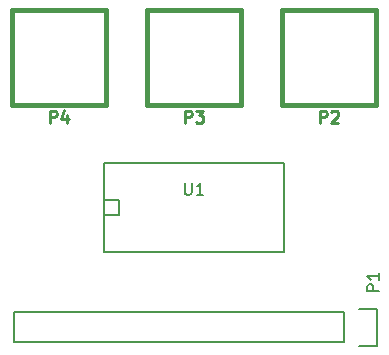
<source format=gbr>
G04 #@! TF.FileFunction,Legend,Top*
%FSLAX46Y46*%
G04 Gerber Fmt 4.6, Leading zero omitted, Abs format (unit mm)*
G04 Created by KiCad (PCBNEW (2015-08-27 BZR 6130, Git 51a6d38)-product) date 1/28/2016 10:50:49 PM*
%MOMM*%
G01*
G04 APERTURE LIST*
%ADD10C,0.100000*%
%ADD11C,0.150000*%
%ADD12C,0.381000*%
%ADD13C,0.254000*%
G04 APERTURE END LIST*
D10*
D11*
X161290000Y-124460000D02*
X133350000Y-124460000D01*
X133350000Y-124460000D02*
X133350000Y-121920000D01*
X133350000Y-121920000D02*
X161290000Y-121920000D01*
X164110000Y-124740000D02*
X162560000Y-124740000D01*
X161290000Y-124460000D02*
X161290000Y-121920000D01*
X162560000Y-121640000D02*
X164110000Y-121640000D01*
X164110000Y-121640000D02*
X164110000Y-124740000D01*
X156210000Y-109280000D02*
X156210000Y-116780000D01*
X140970000Y-109280000D02*
X140970000Y-116780000D01*
X156210000Y-109280000D02*
X140970000Y-109280000D01*
X140970000Y-112395000D02*
X142240000Y-112395000D01*
X142240000Y-112395000D02*
X142240000Y-113665000D01*
X142240000Y-113665000D02*
X140970000Y-113665000D01*
X140970000Y-116780000D02*
X156210000Y-116780000D01*
D12*
X164020000Y-96330000D02*
X156020000Y-96330000D01*
X156020000Y-96330000D02*
X156020000Y-104330000D01*
X156020000Y-104330000D02*
X164020000Y-104330000D01*
X164020000Y-104330000D02*
X164020000Y-96330000D01*
X152590000Y-96330000D02*
X144590000Y-96330000D01*
X144590000Y-96330000D02*
X144590000Y-104330000D01*
X144590000Y-104330000D02*
X152590000Y-104330000D01*
X152590000Y-104330000D02*
X152590000Y-96330000D01*
X141160000Y-96330000D02*
X133160000Y-96330000D01*
X133160000Y-96330000D02*
X133160000Y-104330000D01*
X133160000Y-104330000D02*
X141160000Y-104330000D01*
X141160000Y-104330000D02*
X141160000Y-96330000D01*
D11*
X164282381Y-120118095D02*
X163282381Y-120118095D01*
X163282381Y-119737142D01*
X163330000Y-119641904D01*
X163377619Y-119594285D01*
X163472857Y-119546666D01*
X163615714Y-119546666D01*
X163710952Y-119594285D01*
X163758571Y-119641904D01*
X163806190Y-119737142D01*
X163806190Y-120118095D01*
X164282381Y-118594285D02*
X164282381Y-119165714D01*
X164282381Y-118880000D02*
X163282381Y-118880000D01*
X163425238Y-118975238D01*
X163520476Y-119070476D01*
X163568095Y-119165714D01*
X147828095Y-110958381D02*
X147828095Y-111767905D01*
X147875714Y-111863143D01*
X147923333Y-111910762D01*
X148018571Y-111958381D01*
X148209048Y-111958381D01*
X148304286Y-111910762D01*
X148351905Y-111863143D01*
X148399524Y-111767905D01*
X148399524Y-110958381D01*
X149399524Y-111958381D02*
X148828095Y-111958381D01*
X149113809Y-111958381D02*
X149113809Y-110958381D01*
X149018571Y-111101238D01*
X148923333Y-111196476D01*
X148828095Y-111244095D01*
D13*
X159270096Y-105869619D02*
X159270096Y-104853619D01*
X159657143Y-104853619D01*
X159753905Y-104902000D01*
X159802286Y-104950381D01*
X159850667Y-105047143D01*
X159850667Y-105192286D01*
X159802286Y-105289048D01*
X159753905Y-105337429D01*
X159657143Y-105385810D01*
X159270096Y-105385810D01*
X160237715Y-104950381D02*
X160286096Y-104902000D01*
X160382858Y-104853619D01*
X160624762Y-104853619D01*
X160721524Y-104902000D01*
X160769905Y-104950381D01*
X160818286Y-105047143D01*
X160818286Y-105143905D01*
X160769905Y-105289048D01*
X160189334Y-105869619D01*
X160818286Y-105869619D01*
X147840096Y-105869619D02*
X147840096Y-104853619D01*
X148227143Y-104853619D01*
X148323905Y-104902000D01*
X148372286Y-104950381D01*
X148420667Y-105047143D01*
X148420667Y-105192286D01*
X148372286Y-105289048D01*
X148323905Y-105337429D01*
X148227143Y-105385810D01*
X147840096Y-105385810D01*
X148759334Y-104853619D02*
X149388286Y-104853619D01*
X149049620Y-105240667D01*
X149194762Y-105240667D01*
X149291524Y-105289048D01*
X149339905Y-105337429D01*
X149388286Y-105434190D01*
X149388286Y-105676095D01*
X149339905Y-105772857D01*
X149291524Y-105821238D01*
X149194762Y-105869619D01*
X148904477Y-105869619D01*
X148807715Y-105821238D01*
X148759334Y-105772857D01*
X136410096Y-105869619D02*
X136410096Y-104853619D01*
X136797143Y-104853619D01*
X136893905Y-104902000D01*
X136942286Y-104950381D01*
X136990667Y-105047143D01*
X136990667Y-105192286D01*
X136942286Y-105289048D01*
X136893905Y-105337429D01*
X136797143Y-105385810D01*
X136410096Y-105385810D01*
X137861524Y-105192286D02*
X137861524Y-105869619D01*
X137619620Y-104805238D02*
X137377715Y-105530952D01*
X138006667Y-105530952D01*
M02*

</source>
